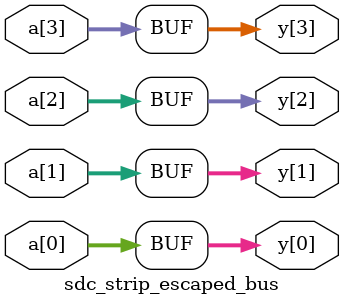
<source format=v>
module sdc_strip_escaped_bus(\a[3] , \a[2] , \a[1] , \a[0] , \y[3] , \y[2] , \y[1] , \y[0] );
  input [3:0] \a[0] ;
  wire [3:0] \a[0] ;
  input [3:0] \a[1] ;
  wire [3:0] \a[1] ;
  input [3:0] \a[2] ;
  wire [3:0] \a[2] ;
  input [3:0] \a[3] ;
  wire [3:0] \a[3] ;
  output [3:0] \y[0] ;
  wire [3:0] \y[0] ;
  output [3:0] \y[1] ;
  wire [3:0] \y[1] ;
  output [3:0] \y[2] ;
  wire [3:0] \y[2] ;
  output [3:0] \y[3] ;
  wire [3:0] \y[3] ;
  assign \y[0]  = \a[0] ;
  assign \y[1]  = \a[1] ;
  assign \y[2]  = \a[2] ;
  assign \y[3]  = \a[3] ;
endmodule

</source>
